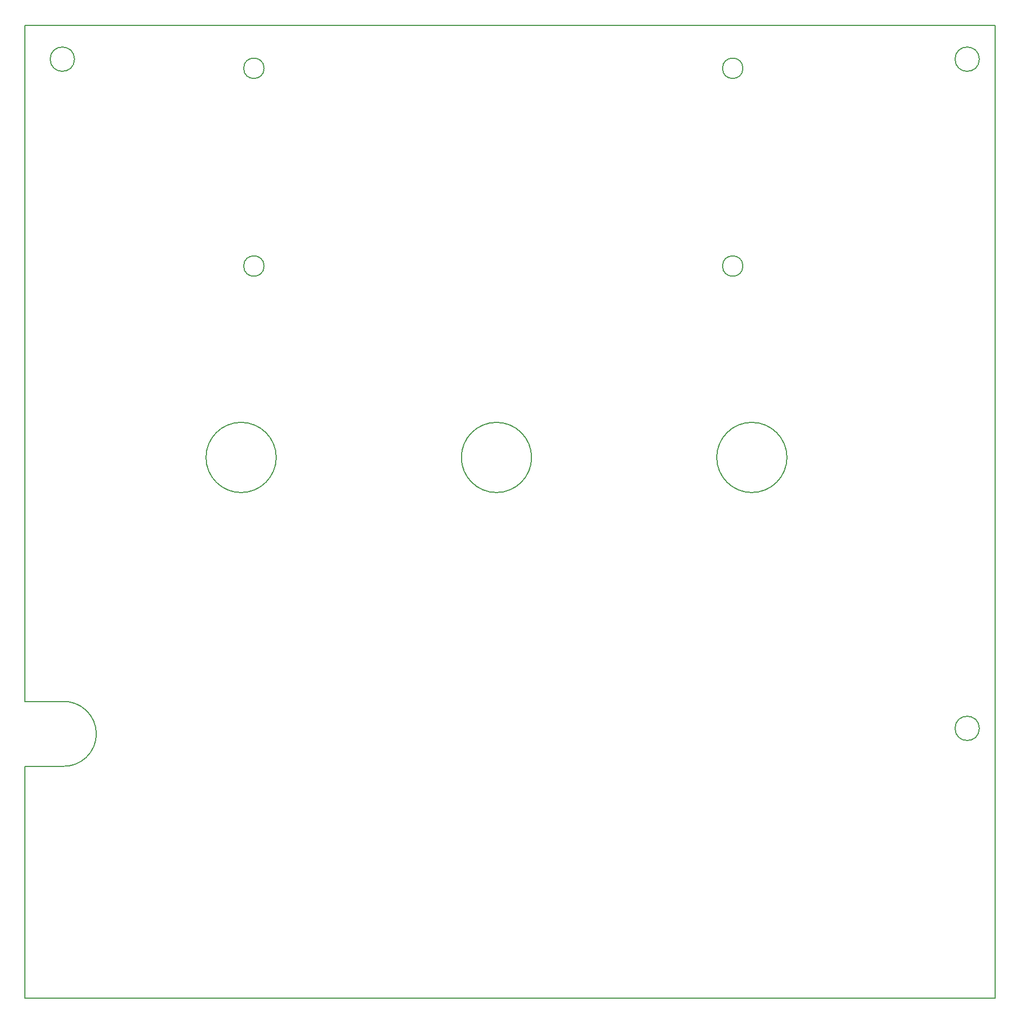
<source format=gbr>
G04 #@! TF.GenerationSoftware,KiCad,Pcbnew,(5.1.5)-3*
G04 #@! TF.CreationDate,2020-04-12T17:29:34+03:00*
G04 #@! TF.ProjectId,respirator-control_rev2,72657370-6972-4617-946f-722d636f6e74,rev?*
G04 #@! TF.SameCoordinates,Original*
G04 #@! TF.FileFunction,Profile,NP*
%FSLAX46Y46*%
G04 Gerber Fmt 4.6, Leading zero omitted, Abs format (unit mm)*
G04 Created by KiCad (PCBNEW (5.1.5)-3) date 2020-04-12 17:29:34*
%MOMM*%
%LPD*%
G04 APERTURE LIST*
%ADD10C,0.150000*%
%ADD11C,0.200000*%
G04 APERTURE END LIST*
D10*
X130710000Y-175518000D02*
X136552000Y-175518002D01*
X130710000Y-174756000D02*
X130710000Y-175518000D01*
X130710000Y-174756000D02*
X130710000Y-69500000D01*
X130710000Y-222000000D02*
X130710000Y-185678000D01*
X136552000Y-185678000D02*
X130710000Y-185678000D01*
X136552000Y-175518002D02*
G75*
G02X136552000Y-185678000I253999J-5079999D01*
G01*
D11*
X168168001Y-107263473D02*
G75*
G03X168168001Y-107263473I-1600000J0D01*
G01*
X138468001Y-74834992D02*
G75*
G03X138468001Y-74834992I-1900000J0D01*
G01*
X282710000Y-222000000D02*
X282710000Y-69500000D01*
X250068001Y-137263473D02*
G75*
G03X250068001Y-137263473I-5500000J0D01*
G01*
X130710000Y-222000000D02*
X282710000Y-222000000D01*
X210068001Y-137263473D02*
G75*
G03X210068001Y-137263473I-5500000J0D01*
G01*
X280198001Y-179734992D02*
G75*
G03X280198001Y-179734992I-1900000J0D01*
G01*
X168168001Y-76263473D02*
G75*
G03X168168001Y-76263473I-1600000J0D01*
G01*
X280198001Y-74834992D02*
G75*
G03X280198001Y-74834992I-1900000J0D01*
G01*
X243168001Y-76263473D02*
G75*
G03X243168001Y-76263473I-1600000J0D01*
G01*
X282710000Y-69500000D02*
X130710000Y-69500000D01*
X170068001Y-137263473D02*
G75*
G03X170068001Y-137263473I-5500000J0D01*
G01*
X243168001Y-107263473D02*
G75*
G03X243168001Y-107263473I-1600000J0D01*
G01*
M02*

</source>
